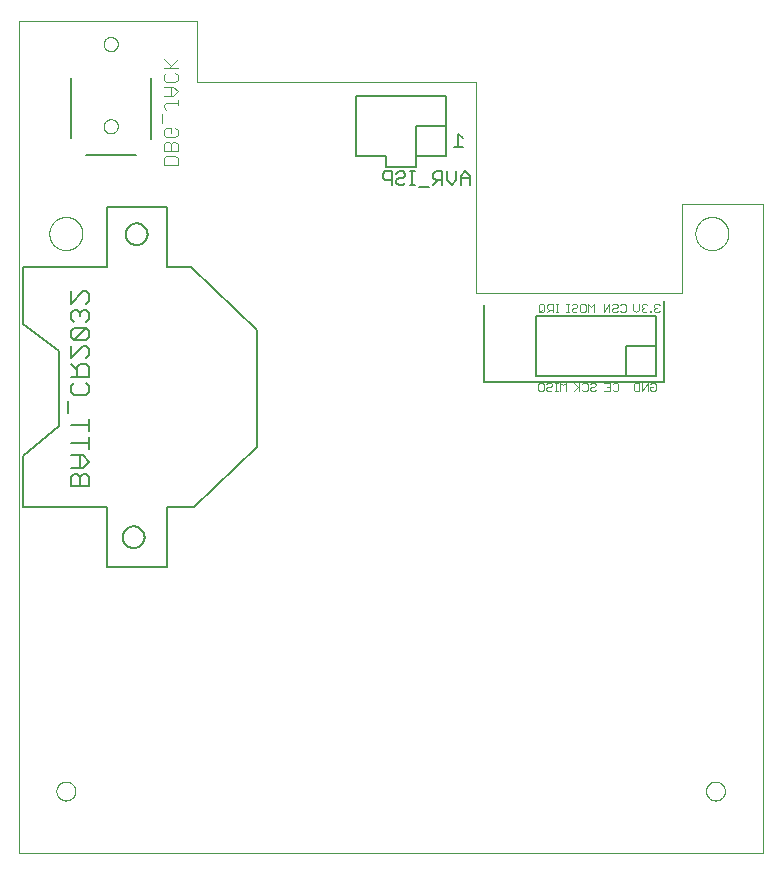
<source format=gbo>
G75*
%MOIN*%
%OFA0B0*%
%FSLAX25Y25*%
%IPPOS*%
%LPD*%
%AMOC8*
5,1,8,0,0,1.08239X$1,22.5*
%
%ADD10C,0.00000*%
%ADD11C,0.00500*%
%ADD12C,0.00200*%
%ADD13C,0.00800*%
%ADD14C,0.00400*%
D10*
X0001000Y0001000D02*
X0001000Y0278402D01*
X0060557Y0278402D01*
X0060557Y0258096D01*
X0153559Y0258096D01*
X0153559Y0187850D01*
X0222270Y0187850D01*
X0222270Y0217250D01*
X0249031Y0217250D01*
X0249031Y0001000D01*
X0001000Y0001000D01*
X0013598Y0021709D02*
X0013600Y0021821D01*
X0013606Y0021932D01*
X0013616Y0022044D01*
X0013630Y0022155D01*
X0013647Y0022265D01*
X0013669Y0022375D01*
X0013695Y0022484D01*
X0013724Y0022592D01*
X0013757Y0022698D01*
X0013794Y0022804D01*
X0013835Y0022908D01*
X0013880Y0023011D01*
X0013928Y0023112D01*
X0013979Y0023211D01*
X0014034Y0023308D01*
X0014093Y0023403D01*
X0014154Y0023497D01*
X0014219Y0023588D01*
X0014288Y0023676D01*
X0014359Y0023762D01*
X0014433Y0023846D01*
X0014511Y0023926D01*
X0014591Y0024004D01*
X0014674Y0024080D01*
X0014759Y0024152D01*
X0014847Y0024221D01*
X0014937Y0024287D01*
X0015030Y0024349D01*
X0015125Y0024409D01*
X0015222Y0024465D01*
X0015320Y0024517D01*
X0015421Y0024566D01*
X0015523Y0024611D01*
X0015627Y0024653D01*
X0015732Y0024691D01*
X0015839Y0024725D01*
X0015946Y0024755D01*
X0016055Y0024782D01*
X0016164Y0024804D01*
X0016275Y0024823D01*
X0016385Y0024838D01*
X0016497Y0024849D01*
X0016608Y0024856D01*
X0016720Y0024859D01*
X0016832Y0024858D01*
X0016944Y0024853D01*
X0017055Y0024844D01*
X0017166Y0024831D01*
X0017277Y0024814D01*
X0017387Y0024794D01*
X0017496Y0024769D01*
X0017604Y0024741D01*
X0017711Y0024708D01*
X0017817Y0024672D01*
X0017921Y0024632D01*
X0018024Y0024589D01*
X0018126Y0024542D01*
X0018225Y0024491D01*
X0018323Y0024437D01*
X0018419Y0024379D01*
X0018513Y0024318D01*
X0018604Y0024254D01*
X0018693Y0024187D01*
X0018780Y0024116D01*
X0018864Y0024042D01*
X0018946Y0023966D01*
X0019024Y0023886D01*
X0019100Y0023804D01*
X0019173Y0023719D01*
X0019243Y0023632D01*
X0019309Y0023542D01*
X0019373Y0023450D01*
X0019433Y0023356D01*
X0019490Y0023260D01*
X0019543Y0023161D01*
X0019593Y0023061D01*
X0019639Y0022960D01*
X0019682Y0022856D01*
X0019721Y0022751D01*
X0019756Y0022645D01*
X0019787Y0022538D01*
X0019815Y0022429D01*
X0019838Y0022320D01*
X0019858Y0022210D01*
X0019874Y0022099D01*
X0019886Y0021988D01*
X0019894Y0021877D01*
X0019898Y0021765D01*
X0019898Y0021653D01*
X0019894Y0021541D01*
X0019886Y0021430D01*
X0019874Y0021319D01*
X0019858Y0021208D01*
X0019838Y0021098D01*
X0019815Y0020989D01*
X0019787Y0020880D01*
X0019756Y0020773D01*
X0019721Y0020667D01*
X0019682Y0020562D01*
X0019639Y0020458D01*
X0019593Y0020357D01*
X0019543Y0020257D01*
X0019490Y0020158D01*
X0019433Y0020062D01*
X0019373Y0019968D01*
X0019309Y0019876D01*
X0019243Y0019786D01*
X0019173Y0019699D01*
X0019100Y0019614D01*
X0019024Y0019532D01*
X0018946Y0019452D01*
X0018864Y0019376D01*
X0018780Y0019302D01*
X0018693Y0019231D01*
X0018604Y0019164D01*
X0018513Y0019100D01*
X0018419Y0019039D01*
X0018323Y0018981D01*
X0018225Y0018927D01*
X0018126Y0018876D01*
X0018024Y0018829D01*
X0017921Y0018786D01*
X0017817Y0018746D01*
X0017711Y0018710D01*
X0017604Y0018677D01*
X0017496Y0018649D01*
X0017387Y0018624D01*
X0017277Y0018604D01*
X0017166Y0018587D01*
X0017055Y0018574D01*
X0016944Y0018565D01*
X0016832Y0018560D01*
X0016720Y0018559D01*
X0016608Y0018562D01*
X0016497Y0018569D01*
X0016385Y0018580D01*
X0016275Y0018595D01*
X0016164Y0018614D01*
X0016055Y0018636D01*
X0015946Y0018663D01*
X0015839Y0018693D01*
X0015732Y0018727D01*
X0015627Y0018765D01*
X0015523Y0018807D01*
X0015421Y0018852D01*
X0015320Y0018901D01*
X0015222Y0018953D01*
X0015125Y0019009D01*
X0015030Y0019069D01*
X0014937Y0019131D01*
X0014847Y0019197D01*
X0014759Y0019266D01*
X0014674Y0019338D01*
X0014591Y0019414D01*
X0014511Y0019492D01*
X0014433Y0019572D01*
X0014359Y0019656D01*
X0014288Y0019742D01*
X0014219Y0019830D01*
X0014154Y0019921D01*
X0014093Y0020015D01*
X0014034Y0020110D01*
X0013979Y0020207D01*
X0013928Y0020306D01*
X0013880Y0020407D01*
X0013835Y0020510D01*
X0013794Y0020614D01*
X0013757Y0020720D01*
X0013724Y0020826D01*
X0013695Y0020934D01*
X0013669Y0021043D01*
X0013647Y0021153D01*
X0013630Y0021263D01*
X0013616Y0021374D01*
X0013606Y0021486D01*
X0013600Y0021597D01*
X0013598Y0021709D01*
X0011236Y0207535D02*
X0011238Y0207683D01*
X0011244Y0207831D01*
X0011254Y0207979D01*
X0011268Y0208126D01*
X0011286Y0208273D01*
X0011307Y0208419D01*
X0011333Y0208565D01*
X0011363Y0208710D01*
X0011396Y0208854D01*
X0011434Y0208997D01*
X0011475Y0209139D01*
X0011520Y0209280D01*
X0011568Y0209420D01*
X0011621Y0209559D01*
X0011677Y0209696D01*
X0011737Y0209831D01*
X0011800Y0209965D01*
X0011867Y0210097D01*
X0011938Y0210227D01*
X0012012Y0210355D01*
X0012089Y0210481D01*
X0012170Y0210605D01*
X0012254Y0210727D01*
X0012341Y0210846D01*
X0012432Y0210963D01*
X0012526Y0211078D01*
X0012622Y0211190D01*
X0012722Y0211300D01*
X0012824Y0211406D01*
X0012930Y0211510D01*
X0013038Y0211611D01*
X0013149Y0211709D01*
X0013262Y0211805D01*
X0013378Y0211897D01*
X0013496Y0211986D01*
X0013617Y0212071D01*
X0013740Y0212154D01*
X0013865Y0212233D01*
X0013992Y0212309D01*
X0014121Y0212381D01*
X0014252Y0212450D01*
X0014385Y0212515D01*
X0014520Y0212576D01*
X0014656Y0212634D01*
X0014793Y0212689D01*
X0014932Y0212739D01*
X0015073Y0212786D01*
X0015214Y0212829D01*
X0015357Y0212869D01*
X0015501Y0212904D01*
X0015645Y0212936D01*
X0015791Y0212963D01*
X0015937Y0212987D01*
X0016084Y0213007D01*
X0016231Y0213023D01*
X0016378Y0213035D01*
X0016526Y0213043D01*
X0016674Y0213047D01*
X0016822Y0213047D01*
X0016970Y0213043D01*
X0017118Y0213035D01*
X0017265Y0213023D01*
X0017412Y0213007D01*
X0017559Y0212987D01*
X0017705Y0212963D01*
X0017851Y0212936D01*
X0017995Y0212904D01*
X0018139Y0212869D01*
X0018282Y0212829D01*
X0018423Y0212786D01*
X0018564Y0212739D01*
X0018703Y0212689D01*
X0018840Y0212634D01*
X0018976Y0212576D01*
X0019111Y0212515D01*
X0019244Y0212450D01*
X0019375Y0212381D01*
X0019504Y0212309D01*
X0019631Y0212233D01*
X0019756Y0212154D01*
X0019879Y0212071D01*
X0020000Y0211986D01*
X0020118Y0211897D01*
X0020234Y0211805D01*
X0020347Y0211709D01*
X0020458Y0211611D01*
X0020566Y0211510D01*
X0020672Y0211406D01*
X0020774Y0211300D01*
X0020874Y0211190D01*
X0020970Y0211078D01*
X0021064Y0210963D01*
X0021155Y0210846D01*
X0021242Y0210727D01*
X0021326Y0210605D01*
X0021407Y0210481D01*
X0021484Y0210355D01*
X0021558Y0210227D01*
X0021629Y0210097D01*
X0021696Y0209965D01*
X0021759Y0209831D01*
X0021819Y0209696D01*
X0021875Y0209559D01*
X0021928Y0209420D01*
X0021976Y0209280D01*
X0022021Y0209139D01*
X0022062Y0208997D01*
X0022100Y0208854D01*
X0022133Y0208710D01*
X0022163Y0208565D01*
X0022189Y0208419D01*
X0022210Y0208273D01*
X0022228Y0208126D01*
X0022242Y0207979D01*
X0022252Y0207831D01*
X0022258Y0207683D01*
X0022260Y0207535D01*
X0022258Y0207387D01*
X0022252Y0207239D01*
X0022242Y0207091D01*
X0022228Y0206944D01*
X0022210Y0206797D01*
X0022189Y0206651D01*
X0022163Y0206505D01*
X0022133Y0206360D01*
X0022100Y0206216D01*
X0022062Y0206073D01*
X0022021Y0205931D01*
X0021976Y0205790D01*
X0021928Y0205650D01*
X0021875Y0205511D01*
X0021819Y0205374D01*
X0021759Y0205239D01*
X0021696Y0205105D01*
X0021629Y0204973D01*
X0021558Y0204843D01*
X0021484Y0204715D01*
X0021407Y0204589D01*
X0021326Y0204465D01*
X0021242Y0204343D01*
X0021155Y0204224D01*
X0021064Y0204107D01*
X0020970Y0203992D01*
X0020874Y0203880D01*
X0020774Y0203770D01*
X0020672Y0203664D01*
X0020566Y0203560D01*
X0020458Y0203459D01*
X0020347Y0203361D01*
X0020234Y0203265D01*
X0020118Y0203173D01*
X0020000Y0203084D01*
X0019879Y0202999D01*
X0019756Y0202916D01*
X0019631Y0202837D01*
X0019504Y0202761D01*
X0019375Y0202689D01*
X0019244Y0202620D01*
X0019111Y0202555D01*
X0018976Y0202494D01*
X0018840Y0202436D01*
X0018703Y0202381D01*
X0018564Y0202331D01*
X0018423Y0202284D01*
X0018282Y0202241D01*
X0018139Y0202201D01*
X0017995Y0202166D01*
X0017851Y0202134D01*
X0017705Y0202107D01*
X0017559Y0202083D01*
X0017412Y0202063D01*
X0017265Y0202047D01*
X0017118Y0202035D01*
X0016970Y0202027D01*
X0016822Y0202023D01*
X0016674Y0202023D01*
X0016526Y0202027D01*
X0016378Y0202035D01*
X0016231Y0202047D01*
X0016084Y0202063D01*
X0015937Y0202083D01*
X0015791Y0202107D01*
X0015645Y0202134D01*
X0015501Y0202166D01*
X0015357Y0202201D01*
X0015214Y0202241D01*
X0015073Y0202284D01*
X0014932Y0202331D01*
X0014793Y0202381D01*
X0014656Y0202436D01*
X0014520Y0202494D01*
X0014385Y0202555D01*
X0014252Y0202620D01*
X0014121Y0202689D01*
X0013992Y0202761D01*
X0013865Y0202837D01*
X0013740Y0202916D01*
X0013617Y0202999D01*
X0013496Y0203084D01*
X0013378Y0203173D01*
X0013262Y0203265D01*
X0013149Y0203361D01*
X0013038Y0203459D01*
X0012930Y0203560D01*
X0012824Y0203664D01*
X0012722Y0203770D01*
X0012622Y0203880D01*
X0012526Y0203992D01*
X0012432Y0204107D01*
X0012341Y0204224D01*
X0012254Y0204343D01*
X0012170Y0204465D01*
X0012089Y0204589D01*
X0012012Y0204715D01*
X0011938Y0204843D01*
X0011867Y0204973D01*
X0011800Y0205105D01*
X0011737Y0205239D01*
X0011677Y0205374D01*
X0011621Y0205511D01*
X0011568Y0205650D01*
X0011520Y0205790D01*
X0011475Y0205931D01*
X0011434Y0206073D01*
X0011396Y0206216D01*
X0011363Y0206360D01*
X0011333Y0206505D01*
X0011307Y0206651D01*
X0011286Y0206797D01*
X0011268Y0206944D01*
X0011254Y0207091D01*
X0011244Y0207239D01*
X0011238Y0207387D01*
X0011236Y0207535D01*
X0029347Y0243283D02*
X0029349Y0243380D01*
X0029355Y0243477D01*
X0029365Y0243573D01*
X0029379Y0243669D01*
X0029397Y0243765D01*
X0029418Y0243859D01*
X0029444Y0243953D01*
X0029473Y0244045D01*
X0029507Y0244136D01*
X0029543Y0244226D01*
X0029584Y0244314D01*
X0029628Y0244400D01*
X0029676Y0244485D01*
X0029727Y0244567D01*
X0029781Y0244648D01*
X0029839Y0244726D01*
X0029900Y0244801D01*
X0029963Y0244874D01*
X0030030Y0244945D01*
X0030100Y0245012D01*
X0030172Y0245077D01*
X0030247Y0245138D01*
X0030325Y0245197D01*
X0030404Y0245252D01*
X0030486Y0245304D01*
X0030570Y0245352D01*
X0030656Y0245397D01*
X0030744Y0245439D01*
X0030833Y0245477D01*
X0030924Y0245511D01*
X0031016Y0245541D01*
X0031109Y0245568D01*
X0031204Y0245590D01*
X0031299Y0245609D01*
X0031395Y0245624D01*
X0031491Y0245635D01*
X0031588Y0245642D01*
X0031685Y0245645D01*
X0031782Y0245644D01*
X0031879Y0245639D01*
X0031975Y0245630D01*
X0032071Y0245617D01*
X0032167Y0245600D01*
X0032262Y0245579D01*
X0032355Y0245555D01*
X0032448Y0245526D01*
X0032540Y0245494D01*
X0032630Y0245458D01*
X0032718Y0245419D01*
X0032805Y0245375D01*
X0032890Y0245329D01*
X0032973Y0245278D01*
X0033054Y0245225D01*
X0033132Y0245168D01*
X0033209Y0245108D01*
X0033282Y0245045D01*
X0033353Y0244979D01*
X0033421Y0244910D01*
X0033487Y0244838D01*
X0033549Y0244764D01*
X0033608Y0244687D01*
X0033664Y0244608D01*
X0033717Y0244526D01*
X0033767Y0244443D01*
X0033812Y0244357D01*
X0033855Y0244270D01*
X0033894Y0244181D01*
X0033929Y0244091D01*
X0033960Y0243999D01*
X0033987Y0243906D01*
X0034011Y0243812D01*
X0034031Y0243717D01*
X0034047Y0243621D01*
X0034059Y0243525D01*
X0034067Y0243428D01*
X0034071Y0243331D01*
X0034071Y0243235D01*
X0034067Y0243138D01*
X0034059Y0243041D01*
X0034047Y0242945D01*
X0034031Y0242849D01*
X0034011Y0242754D01*
X0033987Y0242660D01*
X0033960Y0242567D01*
X0033929Y0242475D01*
X0033894Y0242385D01*
X0033855Y0242296D01*
X0033812Y0242209D01*
X0033767Y0242123D01*
X0033717Y0242040D01*
X0033664Y0241958D01*
X0033608Y0241879D01*
X0033549Y0241802D01*
X0033487Y0241728D01*
X0033421Y0241656D01*
X0033353Y0241587D01*
X0033282Y0241521D01*
X0033209Y0241458D01*
X0033132Y0241398D01*
X0033054Y0241341D01*
X0032973Y0241288D01*
X0032890Y0241237D01*
X0032805Y0241191D01*
X0032718Y0241147D01*
X0032630Y0241108D01*
X0032540Y0241072D01*
X0032448Y0241040D01*
X0032355Y0241011D01*
X0032262Y0240987D01*
X0032167Y0240966D01*
X0032071Y0240949D01*
X0031975Y0240936D01*
X0031879Y0240927D01*
X0031782Y0240922D01*
X0031685Y0240921D01*
X0031588Y0240924D01*
X0031491Y0240931D01*
X0031395Y0240942D01*
X0031299Y0240957D01*
X0031204Y0240976D01*
X0031109Y0240998D01*
X0031016Y0241025D01*
X0030924Y0241055D01*
X0030833Y0241089D01*
X0030744Y0241127D01*
X0030656Y0241169D01*
X0030570Y0241214D01*
X0030486Y0241262D01*
X0030404Y0241314D01*
X0030325Y0241369D01*
X0030247Y0241428D01*
X0030172Y0241489D01*
X0030100Y0241554D01*
X0030030Y0241621D01*
X0029963Y0241692D01*
X0029900Y0241765D01*
X0029839Y0241840D01*
X0029781Y0241918D01*
X0029727Y0241999D01*
X0029676Y0242081D01*
X0029628Y0242166D01*
X0029584Y0242252D01*
X0029543Y0242340D01*
X0029507Y0242430D01*
X0029473Y0242521D01*
X0029444Y0242613D01*
X0029418Y0242707D01*
X0029397Y0242801D01*
X0029379Y0242897D01*
X0029365Y0242993D01*
X0029355Y0243089D01*
X0029349Y0243186D01*
X0029347Y0243283D01*
X0029347Y0270685D02*
X0029349Y0270782D01*
X0029355Y0270879D01*
X0029365Y0270975D01*
X0029379Y0271071D01*
X0029397Y0271167D01*
X0029418Y0271261D01*
X0029444Y0271355D01*
X0029473Y0271447D01*
X0029507Y0271538D01*
X0029543Y0271628D01*
X0029584Y0271716D01*
X0029628Y0271802D01*
X0029676Y0271887D01*
X0029727Y0271969D01*
X0029781Y0272050D01*
X0029839Y0272128D01*
X0029900Y0272203D01*
X0029963Y0272276D01*
X0030030Y0272347D01*
X0030100Y0272414D01*
X0030172Y0272479D01*
X0030247Y0272540D01*
X0030325Y0272599D01*
X0030404Y0272654D01*
X0030486Y0272706D01*
X0030570Y0272754D01*
X0030656Y0272799D01*
X0030744Y0272841D01*
X0030833Y0272879D01*
X0030924Y0272913D01*
X0031016Y0272943D01*
X0031109Y0272970D01*
X0031204Y0272992D01*
X0031299Y0273011D01*
X0031395Y0273026D01*
X0031491Y0273037D01*
X0031588Y0273044D01*
X0031685Y0273047D01*
X0031782Y0273046D01*
X0031879Y0273041D01*
X0031975Y0273032D01*
X0032071Y0273019D01*
X0032167Y0273002D01*
X0032262Y0272981D01*
X0032355Y0272957D01*
X0032448Y0272928D01*
X0032540Y0272896D01*
X0032630Y0272860D01*
X0032718Y0272821D01*
X0032805Y0272777D01*
X0032890Y0272731D01*
X0032973Y0272680D01*
X0033054Y0272627D01*
X0033132Y0272570D01*
X0033209Y0272510D01*
X0033282Y0272447D01*
X0033353Y0272381D01*
X0033421Y0272312D01*
X0033487Y0272240D01*
X0033549Y0272166D01*
X0033608Y0272089D01*
X0033664Y0272010D01*
X0033717Y0271928D01*
X0033767Y0271845D01*
X0033812Y0271759D01*
X0033855Y0271672D01*
X0033894Y0271583D01*
X0033929Y0271493D01*
X0033960Y0271401D01*
X0033987Y0271308D01*
X0034011Y0271214D01*
X0034031Y0271119D01*
X0034047Y0271023D01*
X0034059Y0270927D01*
X0034067Y0270830D01*
X0034071Y0270733D01*
X0034071Y0270637D01*
X0034067Y0270540D01*
X0034059Y0270443D01*
X0034047Y0270347D01*
X0034031Y0270251D01*
X0034011Y0270156D01*
X0033987Y0270062D01*
X0033960Y0269969D01*
X0033929Y0269877D01*
X0033894Y0269787D01*
X0033855Y0269698D01*
X0033812Y0269611D01*
X0033767Y0269525D01*
X0033717Y0269442D01*
X0033664Y0269360D01*
X0033608Y0269281D01*
X0033549Y0269204D01*
X0033487Y0269130D01*
X0033421Y0269058D01*
X0033353Y0268989D01*
X0033282Y0268923D01*
X0033209Y0268860D01*
X0033132Y0268800D01*
X0033054Y0268743D01*
X0032973Y0268690D01*
X0032890Y0268639D01*
X0032805Y0268593D01*
X0032718Y0268549D01*
X0032630Y0268510D01*
X0032540Y0268474D01*
X0032448Y0268442D01*
X0032355Y0268413D01*
X0032262Y0268389D01*
X0032167Y0268368D01*
X0032071Y0268351D01*
X0031975Y0268338D01*
X0031879Y0268329D01*
X0031782Y0268324D01*
X0031685Y0268323D01*
X0031588Y0268326D01*
X0031491Y0268333D01*
X0031395Y0268344D01*
X0031299Y0268359D01*
X0031204Y0268378D01*
X0031109Y0268400D01*
X0031016Y0268427D01*
X0030924Y0268457D01*
X0030833Y0268491D01*
X0030744Y0268529D01*
X0030656Y0268571D01*
X0030570Y0268616D01*
X0030486Y0268664D01*
X0030404Y0268716D01*
X0030325Y0268771D01*
X0030247Y0268830D01*
X0030172Y0268891D01*
X0030100Y0268956D01*
X0030030Y0269023D01*
X0029963Y0269094D01*
X0029900Y0269167D01*
X0029839Y0269242D01*
X0029781Y0269320D01*
X0029727Y0269401D01*
X0029676Y0269483D01*
X0029628Y0269568D01*
X0029584Y0269654D01*
X0029543Y0269742D01*
X0029507Y0269832D01*
X0029473Y0269923D01*
X0029444Y0270015D01*
X0029418Y0270109D01*
X0029397Y0270203D01*
X0029379Y0270299D01*
X0029365Y0270395D01*
X0029355Y0270491D01*
X0029349Y0270588D01*
X0029347Y0270685D01*
X0226590Y0207535D02*
X0226592Y0207683D01*
X0226598Y0207831D01*
X0226608Y0207979D01*
X0226622Y0208126D01*
X0226640Y0208273D01*
X0226661Y0208419D01*
X0226687Y0208565D01*
X0226717Y0208710D01*
X0226750Y0208854D01*
X0226788Y0208997D01*
X0226829Y0209139D01*
X0226874Y0209280D01*
X0226922Y0209420D01*
X0226975Y0209559D01*
X0227031Y0209696D01*
X0227091Y0209831D01*
X0227154Y0209965D01*
X0227221Y0210097D01*
X0227292Y0210227D01*
X0227366Y0210355D01*
X0227443Y0210481D01*
X0227524Y0210605D01*
X0227608Y0210727D01*
X0227695Y0210846D01*
X0227786Y0210963D01*
X0227880Y0211078D01*
X0227976Y0211190D01*
X0228076Y0211300D01*
X0228178Y0211406D01*
X0228284Y0211510D01*
X0228392Y0211611D01*
X0228503Y0211709D01*
X0228616Y0211805D01*
X0228732Y0211897D01*
X0228850Y0211986D01*
X0228971Y0212071D01*
X0229094Y0212154D01*
X0229219Y0212233D01*
X0229346Y0212309D01*
X0229475Y0212381D01*
X0229606Y0212450D01*
X0229739Y0212515D01*
X0229874Y0212576D01*
X0230010Y0212634D01*
X0230147Y0212689D01*
X0230286Y0212739D01*
X0230427Y0212786D01*
X0230568Y0212829D01*
X0230711Y0212869D01*
X0230855Y0212904D01*
X0230999Y0212936D01*
X0231145Y0212963D01*
X0231291Y0212987D01*
X0231438Y0213007D01*
X0231585Y0213023D01*
X0231732Y0213035D01*
X0231880Y0213043D01*
X0232028Y0213047D01*
X0232176Y0213047D01*
X0232324Y0213043D01*
X0232472Y0213035D01*
X0232619Y0213023D01*
X0232766Y0213007D01*
X0232913Y0212987D01*
X0233059Y0212963D01*
X0233205Y0212936D01*
X0233349Y0212904D01*
X0233493Y0212869D01*
X0233636Y0212829D01*
X0233777Y0212786D01*
X0233918Y0212739D01*
X0234057Y0212689D01*
X0234194Y0212634D01*
X0234330Y0212576D01*
X0234465Y0212515D01*
X0234598Y0212450D01*
X0234729Y0212381D01*
X0234858Y0212309D01*
X0234985Y0212233D01*
X0235110Y0212154D01*
X0235233Y0212071D01*
X0235354Y0211986D01*
X0235472Y0211897D01*
X0235588Y0211805D01*
X0235701Y0211709D01*
X0235812Y0211611D01*
X0235920Y0211510D01*
X0236026Y0211406D01*
X0236128Y0211300D01*
X0236228Y0211190D01*
X0236324Y0211078D01*
X0236418Y0210963D01*
X0236509Y0210846D01*
X0236596Y0210727D01*
X0236680Y0210605D01*
X0236761Y0210481D01*
X0236838Y0210355D01*
X0236912Y0210227D01*
X0236983Y0210097D01*
X0237050Y0209965D01*
X0237113Y0209831D01*
X0237173Y0209696D01*
X0237229Y0209559D01*
X0237282Y0209420D01*
X0237330Y0209280D01*
X0237375Y0209139D01*
X0237416Y0208997D01*
X0237454Y0208854D01*
X0237487Y0208710D01*
X0237517Y0208565D01*
X0237543Y0208419D01*
X0237564Y0208273D01*
X0237582Y0208126D01*
X0237596Y0207979D01*
X0237606Y0207831D01*
X0237612Y0207683D01*
X0237614Y0207535D01*
X0237612Y0207387D01*
X0237606Y0207239D01*
X0237596Y0207091D01*
X0237582Y0206944D01*
X0237564Y0206797D01*
X0237543Y0206651D01*
X0237517Y0206505D01*
X0237487Y0206360D01*
X0237454Y0206216D01*
X0237416Y0206073D01*
X0237375Y0205931D01*
X0237330Y0205790D01*
X0237282Y0205650D01*
X0237229Y0205511D01*
X0237173Y0205374D01*
X0237113Y0205239D01*
X0237050Y0205105D01*
X0236983Y0204973D01*
X0236912Y0204843D01*
X0236838Y0204715D01*
X0236761Y0204589D01*
X0236680Y0204465D01*
X0236596Y0204343D01*
X0236509Y0204224D01*
X0236418Y0204107D01*
X0236324Y0203992D01*
X0236228Y0203880D01*
X0236128Y0203770D01*
X0236026Y0203664D01*
X0235920Y0203560D01*
X0235812Y0203459D01*
X0235701Y0203361D01*
X0235588Y0203265D01*
X0235472Y0203173D01*
X0235354Y0203084D01*
X0235233Y0202999D01*
X0235110Y0202916D01*
X0234985Y0202837D01*
X0234858Y0202761D01*
X0234729Y0202689D01*
X0234598Y0202620D01*
X0234465Y0202555D01*
X0234330Y0202494D01*
X0234194Y0202436D01*
X0234057Y0202381D01*
X0233918Y0202331D01*
X0233777Y0202284D01*
X0233636Y0202241D01*
X0233493Y0202201D01*
X0233349Y0202166D01*
X0233205Y0202134D01*
X0233059Y0202107D01*
X0232913Y0202083D01*
X0232766Y0202063D01*
X0232619Y0202047D01*
X0232472Y0202035D01*
X0232324Y0202027D01*
X0232176Y0202023D01*
X0232028Y0202023D01*
X0231880Y0202027D01*
X0231732Y0202035D01*
X0231585Y0202047D01*
X0231438Y0202063D01*
X0231291Y0202083D01*
X0231145Y0202107D01*
X0230999Y0202134D01*
X0230855Y0202166D01*
X0230711Y0202201D01*
X0230568Y0202241D01*
X0230427Y0202284D01*
X0230286Y0202331D01*
X0230147Y0202381D01*
X0230010Y0202436D01*
X0229874Y0202494D01*
X0229739Y0202555D01*
X0229606Y0202620D01*
X0229475Y0202689D01*
X0229346Y0202761D01*
X0229219Y0202837D01*
X0229094Y0202916D01*
X0228971Y0202999D01*
X0228850Y0203084D01*
X0228732Y0203173D01*
X0228616Y0203265D01*
X0228503Y0203361D01*
X0228392Y0203459D01*
X0228284Y0203560D01*
X0228178Y0203664D01*
X0228076Y0203770D01*
X0227976Y0203880D01*
X0227880Y0203992D01*
X0227786Y0204107D01*
X0227695Y0204224D01*
X0227608Y0204343D01*
X0227524Y0204465D01*
X0227443Y0204589D01*
X0227366Y0204715D01*
X0227292Y0204843D01*
X0227221Y0204973D01*
X0227154Y0205105D01*
X0227091Y0205239D01*
X0227031Y0205374D01*
X0226975Y0205511D01*
X0226922Y0205650D01*
X0226874Y0205790D01*
X0226829Y0205931D01*
X0226788Y0206073D01*
X0226750Y0206216D01*
X0226717Y0206360D01*
X0226687Y0206505D01*
X0226661Y0206651D01*
X0226640Y0206797D01*
X0226622Y0206944D01*
X0226608Y0207091D01*
X0226598Y0207239D01*
X0226592Y0207387D01*
X0226590Y0207535D01*
X0230133Y0021709D02*
X0230135Y0021821D01*
X0230141Y0021932D01*
X0230151Y0022044D01*
X0230165Y0022155D01*
X0230182Y0022265D01*
X0230204Y0022375D01*
X0230230Y0022484D01*
X0230259Y0022592D01*
X0230292Y0022698D01*
X0230329Y0022804D01*
X0230370Y0022908D01*
X0230415Y0023011D01*
X0230463Y0023112D01*
X0230514Y0023211D01*
X0230569Y0023308D01*
X0230628Y0023403D01*
X0230689Y0023497D01*
X0230754Y0023588D01*
X0230823Y0023676D01*
X0230894Y0023762D01*
X0230968Y0023846D01*
X0231046Y0023926D01*
X0231126Y0024004D01*
X0231209Y0024080D01*
X0231294Y0024152D01*
X0231382Y0024221D01*
X0231472Y0024287D01*
X0231565Y0024349D01*
X0231660Y0024409D01*
X0231757Y0024465D01*
X0231855Y0024517D01*
X0231956Y0024566D01*
X0232058Y0024611D01*
X0232162Y0024653D01*
X0232267Y0024691D01*
X0232374Y0024725D01*
X0232481Y0024755D01*
X0232590Y0024782D01*
X0232699Y0024804D01*
X0232810Y0024823D01*
X0232920Y0024838D01*
X0233032Y0024849D01*
X0233143Y0024856D01*
X0233255Y0024859D01*
X0233367Y0024858D01*
X0233479Y0024853D01*
X0233590Y0024844D01*
X0233701Y0024831D01*
X0233812Y0024814D01*
X0233922Y0024794D01*
X0234031Y0024769D01*
X0234139Y0024741D01*
X0234246Y0024708D01*
X0234352Y0024672D01*
X0234456Y0024632D01*
X0234559Y0024589D01*
X0234661Y0024542D01*
X0234760Y0024491D01*
X0234858Y0024437D01*
X0234954Y0024379D01*
X0235048Y0024318D01*
X0235139Y0024254D01*
X0235228Y0024187D01*
X0235315Y0024116D01*
X0235399Y0024042D01*
X0235481Y0023966D01*
X0235559Y0023886D01*
X0235635Y0023804D01*
X0235708Y0023719D01*
X0235778Y0023632D01*
X0235844Y0023542D01*
X0235908Y0023450D01*
X0235968Y0023356D01*
X0236025Y0023260D01*
X0236078Y0023161D01*
X0236128Y0023061D01*
X0236174Y0022960D01*
X0236217Y0022856D01*
X0236256Y0022751D01*
X0236291Y0022645D01*
X0236322Y0022538D01*
X0236350Y0022429D01*
X0236373Y0022320D01*
X0236393Y0022210D01*
X0236409Y0022099D01*
X0236421Y0021988D01*
X0236429Y0021877D01*
X0236433Y0021765D01*
X0236433Y0021653D01*
X0236429Y0021541D01*
X0236421Y0021430D01*
X0236409Y0021319D01*
X0236393Y0021208D01*
X0236373Y0021098D01*
X0236350Y0020989D01*
X0236322Y0020880D01*
X0236291Y0020773D01*
X0236256Y0020667D01*
X0236217Y0020562D01*
X0236174Y0020458D01*
X0236128Y0020357D01*
X0236078Y0020257D01*
X0236025Y0020158D01*
X0235968Y0020062D01*
X0235908Y0019968D01*
X0235844Y0019876D01*
X0235778Y0019786D01*
X0235708Y0019699D01*
X0235635Y0019614D01*
X0235559Y0019532D01*
X0235481Y0019452D01*
X0235399Y0019376D01*
X0235315Y0019302D01*
X0235228Y0019231D01*
X0235139Y0019164D01*
X0235048Y0019100D01*
X0234954Y0019039D01*
X0234858Y0018981D01*
X0234760Y0018927D01*
X0234661Y0018876D01*
X0234559Y0018829D01*
X0234456Y0018786D01*
X0234352Y0018746D01*
X0234246Y0018710D01*
X0234139Y0018677D01*
X0234031Y0018649D01*
X0233922Y0018624D01*
X0233812Y0018604D01*
X0233701Y0018587D01*
X0233590Y0018574D01*
X0233479Y0018565D01*
X0233367Y0018560D01*
X0233255Y0018559D01*
X0233143Y0018562D01*
X0233032Y0018569D01*
X0232920Y0018580D01*
X0232810Y0018595D01*
X0232699Y0018614D01*
X0232590Y0018636D01*
X0232481Y0018663D01*
X0232374Y0018693D01*
X0232267Y0018727D01*
X0232162Y0018765D01*
X0232058Y0018807D01*
X0231956Y0018852D01*
X0231855Y0018901D01*
X0231757Y0018953D01*
X0231660Y0019009D01*
X0231565Y0019069D01*
X0231472Y0019131D01*
X0231382Y0019197D01*
X0231294Y0019266D01*
X0231209Y0019338D01*
X0231126Y0019414D01*
X0231046Y0019492D01*
X0230968Y0019572D01*
X0230894Y0019656D01*
X0230823Y0019742D01*
X0230754Y0019830D01*
X0230689Y0019921D01*
X0230628Y0020015D01*
X0230569Y0020110D01*
X0230514Y0020207D01*
X0230463Y0020306D01*
X0230415Y0020407D01*
X0230370Y0020510D01*
X0230329Y0020614D01*
X0230292Y0020720D01*
X0230259Y0020826D01*
X0230230Y0020934D01*
X0230204Y0021043D01*
X0230182Y0021153D01*
X0230165Y0021263D01*
X0230151Y0021374D01*
X0230141Y0021486D01*
X0230135Y0021597D01*
X0230133Y0021709D01*
D11*
X0216000Y0158126D02*
X0156000Y0158126D01*
X0156000Y0183687D01*
X0173500Y0179937D02*
X0213500Y0179937D01*
X0213500Y0169937D01*
X0203500Y0169937D01*
X0203500Y0159937D01*
X0173500Y0159937D01*
X0173500Y0179937D01*
X0203500Y0159937D02*
X0213500Y0159937D01*
X0213500Y0169937D01*
X0216000Y0158126D02*
X0216000Y0184937D01*
X0151443Y0223750D02*
X0151443Y0226753D01*
X0149942Y0228254D01*
X0148440Y0226753D01*
X0148440Y0223750D01*
X0146839Y0225251D02*
X0146839Y0228254D01*
X0148440Y0226002D02*
X0151443Y0226002D01*
X0146839Y0225251D02*
X0145338Y0223750D01*
X0143836Y0225251D01*
X0143836Y0228254D01*
X0142235Y0228254D02*
X0142235Y0223750D01*
X0142235Y0225251D02*
X0139983Y0225251D01*
X0139232Y0226002D01*
X0139232Y0227503D01*
X0139983Y0228254D01*
X0142235Y0228254D01*
X0140734Y0225251D02*
X0139232Y0223750D01*
X0137631Y0222999D02*
X0134629Y0222999D01*
X0133027Y0223750D02*
X0131526Y0223750D01*
X0132277Y0223750D02*
X0132277Y0228254D01*
X0133027Y0228254D02*
X0131526Y0228254D01*
X0129958Y0227503D02*
X0129958Y0226753D01*
X0129207Y0226002D01*
X0127706Y0226002D01*
X0126955Y0225251D01*
X0126955Y0224501D01*
X0127706Y0223750D01*
X0129207Y0223750D01*
X0129958Y0224501D01*
X0129958Y0227503D02*
X0129207Y0228254D01*
X0127706Y0228254D01*
X0126955Y0227503D01*
X0125354Y0228254D02*
X0123102Y0228254D01*
X0122351Y0227503D01*
X0122351Y0226002D01*
X0123102Y0225251D01*
X0125354Y0225251D01*
X0125354Y0223750D02*
X0125354Y0228254D01*
X0123500Y0229750D02*
X0133500Y0229750D01*
X0133500Y0233500D01*
X0133500Y0243500D01*
X0143500Y0243500D01*
X0143500Y0253500D01*
X0113500Y0253500D01*
X0113500Y0233500D01*
X0123500Y0233500D01*
X0123500Y0229750D01*
X0133500Y0233500D02*
X0143500Y0233500D01*
X0143500Y0243500D01*
X0147603Y0240754D02*
X0149104Y0239253D01*
X0147603Y0240754D02*
X0147603Y0236250D01*
X0149104Y0236250D02*
X0146102Y0236250D01*
X0080370Y0175354D02*
X0080370Y0136354D01*
X0059370Y0116354D01*
X0050370Y0116354D01*
X0050370Y0096354D01*
X0030370Y0096354D01*
X0030370Y0116354D01*
X0002370Y0116354D01*
X0002370Y0133354D01*
X0014370Y0143354D01*
X0014370Y0168354D01*
X0002370Y0177354D01*
X0002370Y0196354D01*
X0030370Y0196354D01*
X0030370Y0216354D01*
X0050370Y0216354D01*
X0050370Y0196354D01*
X0058370Y0196354D01*
X0080370Y0175354D01*
X0036764Y0207354D02*
X0036766Y0207474D01*
X0036772Y0207594D01*
X0036782Y0207713D01*
X0036796Y0207832D01*
X0036814Y0207951D01*
X0036835Y0208069D01*
X0036861Y0208186D01*
X0036891Y0208302D01*
X0036924Y0208417D01*
X0036961Y0208531D01*
X0037002Y0208643D01*
X0037047Y0208755D01*
X0037096Y0208864D01*
X0037148Y0208972D01*
X0037203Y0209079D01*
X0037262Y0209183D01*
X0037325Y0209285D01*
X0037391Y0209385D01*
X0037460Y0209483D01*
X0037532Y0209579D01*
X0037608Y0209672D01*
X0037686Y0209762D01*
X0037768Y0209850D01*
X0037852Y0209935D01*
X0037939Y0210018D01*
X0038029Y0210097D01*
X0038122Y0210173D01*
X0038217Y0210246D01*
X0038314Y0210316D01*
X0038414Y0210383D01*
X0038515Y0210446D01*
X0038619Y0210506D01*
X0038725Y0210563D01*
X0038832Y0210616D01*
X0038942Y0210665D01*
X0039053Y0210711D01*
X0039165Y0210753D01*
X0039279Y0210791D01*
X0039393Y0210825D01*
X0039509Y0210856D01*
X0039626Y0210882D01*
X0039744Y0210905D01*
X0039862Y0210924D01*
X0039981Y0210939D01*
X0040101Y0210950D01*
X0040220Y0210957D01*
X0040340Y0210960D01*
X0040460Y0210959D01*
X0040580Y0210954D01*
X0040699Y0210945D01*
X0040818Y0210932D01*
X0040937Y0210915D01*
X0041055Y0210894D01*
X0041172Y0210870D01*
X0041289Y0210841D01*
X0041404Y0210809D01*
X0041518Y0210772D01*
X0041631Y0210732D01*
X0041743Y0210688D01*
X0041853Y0210641D01*
X0041962Y0210590D01*
X0042068Y0210535D01*
X0042173Y0210477D01*
X0042276Y0210415D01*
X0042377Y0210350D01*
X0042475Y0210282D01*
X0042571Y0210210D01*
X0042665Y0210136D01*
X0042756Y0210058D01*
X0042845Y0209977D01*
X0042930Y0209893D01*
X0043013Y0209807D01*
X0043093Y0209717D01*
X0043171Y0209626D01*
X0043244Y0209531D01*
X0043315Y0209435D01*
X0043383Y0209336D01*
X0043447Y0209234D01*
X0043508Y0209131D01*
X0043565Y0209026D01*
X0043619Y0208919D01*
X0043669Y0208810D01*
X0043716Y0208699D01*
X0043759Y0208587D01*
X0043798Y0208474D01*
X0043833Y0208359D01*
X0043864Y0208244D01*
X0043892Y0208127D01*
X0043916Y0208010D01*
X0043936Y0207891D01*
X0043952Y0207773D01*
X0043964Y0207653D01*
X0043972Y0207534D01*
X0043976Y0207414D01*
X0043976Y0207294D01*
X0043972Y0207174D01*
X0043964Y0207055D01*
X0043952Y0206935D01*
X0043936Y0206817D01*
X0043916Y0206698D01*
X0043892Y0206581D01*
X0043864Y0206464D01*
X0043833Y0206349D01*
X0043798Y0206234D01*
X0043759Y0206121D01*
X0043716Y0206009D01*
X0043669Y0205898D01*
X0043619Y0205789D01*
X0043565Y0205682D01*
X0043508Y0205577D01*
X0043447Y0205474D01*
X0043383Y0205372D01*
X0043315Y0205273D01*
X0043244Y0205177D01*
X0043171Y0205082D01*
X0043093Y0204991D01*
X0043013Y0204901D01*
X0042930Y0204815D01*
X0042845Y0204731D01*
X0042756Y0204650D01*
X0042665Y0204572D01*
X0042571Y0204498D01*
X0042475Y0204426D01*
X0042377Y0204358D01*
X0042276Y0204293D01*
X0042173Y0204231D01*
X0042068Y0204173D01*
X0041962Y0204118D01*
X0041853Y0204067D01*
X0041743Y0204020D01*
X0041631Y0203976D01*
X0041518Y0203936D01*
X0041404Y0203899D01*
X0041289Y0203867D01*
X0041172Y0203838D01*
X0041055Y0203814D01*
X0040937Y0203793D01*
X0040818Y0203776D01*
X0040699Y0203763D01*
X0040580Y0203754D01*
X0040460Y0203749D01*
X0040340Y0203748D01*
X0040220Y0203751D01*
X0040101Y0203758D01*
X0039981Y0203769D01*
X0039862Y0203784D01*
X0039744Y0203803D01*
X0039626Y0203826D01*
X0039509Y0203852D01*
X0039393Y0203883D01*
X0039279Y0203917D01*
X0039165Y0203955D01*
X0039053Y0203997D01*
X0038942Y0204043D01*
X0038832Y0204092D01*
X0038725Y0204145D01*
X0038619Y0204202D01*
X0038515Y0204262D01*
X0038414Y0204325D01*
X0038314Y0204392D01*
X0038217Y0204462D01*
X0038122Y0204535D01*
X0038029Y0204611D01*
X0037939Y0204690D01*
X0037852Y0204773D01*
X0037768Y0204858D01*
X0037686Y0204946D01*
X0037608Y0205036D01*
X0037532Y0205129D01*
X0037460Y0205225D01*
X0037391Y0205323D01*
X0037325Y0205423D01*
X0037262Y0205525D01*
X0037203Y0205629D01*
X0037148Y0205736D01*
X0037096Y0205844D01*
X0037047Y0205953D01*
X0037002Y0206065D01*
X0036961Y0206177D01*
X0036924Y0206291D01*
X0036891Y0206406D01*
X0036861Y0206522D01*
X0036835Y0206639D01*
X0036814Y0206757D01*
X0036796Y0206876D01*
X0036782Y0206995D01*
X0036772Y0207114D01*
X0036766Y0207234D01*
X0036764Y0207354D01*
X0023549Y0188272D02*
X0024566Y0187254D01*
X0024566Y0185219D01*
X0023549Y0184202D01*
X0023549Y0182195D02*
X0022531Y0182195D01*
X0021514Y0181177D01*
X0020496Y0182195D01*
X0019479Y0182195D01*
X0018461Y0181177D01*
X0018461Y0179142D01*
X0019479Y0178124D01*
X0019479Y0176117D02*
X0018461Y0175100D01*
X0018461Y0173065D01*
X0019479Y0172047D01*
X0023549Y0176117D01*
X0019479Y0176117D01*
X0019479Y0172047D02*
X0023549Y0172047D01*
X0024566Y0173065D01*
X0024566Y0175100D01*
X0023549Y0176117D01*
X0023549Y0178124D02*
X0024566Y0179142D01*
X0024566Y0181177D01*
X0023549Y0182195D01*
X0021514Y0181177D02*
X0021514Y0180160D01*
X0018461Y0184202D02*
X0022531Y0188272D01*
X0023549Y0188272D01*
X0018461Y0188272D02*
X0018461Y0184202D01*
X0018461Y0170040D02*
X0018461Y0165970D01*
X0022531Y0170040D01*
X0023549Y0170040D01*
X0024566Y0169023D01*
X0024566Y0166988D01*
X0023549Y0165970D01*
X0023549Y0163963D02*
X0021514Y0163963D01*
X0020496Y0162946D01*
X0020496Y0159893D01*
X0020496Y0161928D02*
X0018461Y0163963D01*
X0018461Y0159893D02*
X0024566Y0159893D01*
X0024566Y0162946D01*
X0023549Y0163963D01*
X0023549Y0157886D02*
X0024566Y0156868D01*
X0024566Y0154833D01*
X0023549Y0153816D01*
X0019479Y0153816D01*
X0018461Y0154833D01*
X0018461Y0156868D01*
X0019479Y0157886D01*
X0017443Y0151809D02*
X0017443Y0147739D01*
X0018461Y0143696D02*
X0024566Y0143696D01*
X0024566Y0141661D02*
X0024566Y0145731D01*
X0024566Y0139654D02*
X0024566Y0135584D01*
X0024566Y0137619D02*
X0018461Y0137619D01*
X0018461Y0133577D02*
X0022531Y0133577D01*
X0024566Y0131542D01*
X0022531Y0129507D01*
X0018461Y0129507D01*
X0019479Y0127500D02*
X0018461Y0126482D01*
X0018461Y0123430D01*
X0024566Y0123430D01*
X0024566Y0126482D01*
X0023549Y0127500D01*
X0022531Y0127500D01*
X0021514Y0126482D01*
X0021514Y0123430D01*
X0021514Y0126482D02*
X0020496Y0127500D01*
X0019479Y0127500D01*
X0021514Y0129507D02*
X0021514Y0133577D01*
X0035764Y0106354D02*
X0035766Y0106474D01*
X0035772Y0106594D01*
X0035782Y0106713D01*
X0035796Y0106832D01*
X0035814Y0106951D01*
X0035835Y0107069D01*
X0035861Y0107186D01*
X0035891Y0107302D01*
X0035924Y0107417D01*
X0035961Y0107531D01*
X0036002Y0107643D01*
X0036047Y0107755D01*
X0036096Y0107864D01*
X0036148Y0107972D01*
X0036203Y0108079D01*
X0036262Y0108183D01*
X0036325Y0108285D01*
X0036391Y0108385D01*
X0036460Y0108483D01*
X0036532Y0108579D01*
X0036608Y0108672D01*
X0036686Y0108762D01*
X0036768Y0108850D01*
X0036852Y0108935D01*
X0036939Y0109018D01*
X0037029Y0109097D01*
X0037122Y0109173D01*
X0037217Y0109246D01*
X0037314Y0109316D01*
X0037414Y0109383D01*
X0037515Y0109446D01*
X0037619Y0109506D01*
X0037725Y0109563D01*
X0037832Y0109616D01*
X0037942Y0109665D01*
X0038053Y0109711D01*
X0038165Y0109753D01*
X0038279Y0109791D01*
X0038393Y0109825D01*
X0038509Y0109856D01*
X0038626Y0109882D01*
X0038744Y0109905D01*
X0038862Y0109924D01*
X0038981Y0109939D01*
X0039101Y0109950D01*
X0039220Y0109957D01*
X0039340Y0109960D01*
X0039460Y0109959D01*
X0039580Y0109954D01*
X0039699Y0109945D01*
X0039818Y0109932D01*
X0039937Y0109915D01*
X0040055Y0109894D01*
X0040172Y0109870D01*
X0040289Y0109841D01*
X0040404Y0109809D01*
X0040518Y0109772D01*
X0040631Y0109732D01*
X0040743Y0109688D01*
X0040853Y0109641D01*
X0040962Y0109590D01*
X0041068Y0109535D01*
X0041173Y0109477D01*
X0041276Y0109415D01*
X0041377Y0109350D01*
X0041475Y0109282D01*
X0041571Y0109210D01*
X0041665Y0109136D01*
X0041756Y0109058D01*
X0041845Y0108977D01*
X0041930Y0108893D01*
X0042013Y0108807D01*
X0042093Y0108717D01*
X0042171Y0108626D01*
X0042244Y0108531D01*
X0042315Y0108435D01*
X0042383Y0108336D01*
X0042447Y0108234D01*
X0042508Y0108131D01*
X0042565Y0108026D01*
X0042619Y0107919D01*
X0042669Y0107810D01*
X0042716Y0107699D01*
X0042759Y0107587D01*
X0042798Y0107474D01*
X0042833Y0107359D01*
X0042864Y0107244D01*
X0042892Y0107127D01*
X0042916Y0107010D01*
X0042936Y0106891D01*
X0042952Y0106773D01*
X0042964Y0106653D01*
X0042972Y0106534D01*
X0042976Y0106414D01*
X0042976Y0106294D01*
X0042972Y0106174D01*
X0042964Y0106055D01*
X0042952Y0105935D01*
X0042936Y0105817D01*
X0042916Y0105698D01*
X0042892Y0105581D01*
X0042864Y0105464D01*
X0042833Y0105349D01*
X0042798Y0105234D01*
X0042759Y0105121D01*
X0042716Y0105009D01*
X0042669Y0104898D01*
X0042619Y0104789D01*
X0042565Y0104682D01*
X0042508Y0104577D01*
X0042447Y0104474D01*
X0042383Y0104372D01*
X0042315Y0104273D01*
X0042244Y0104177D01*
X0042171Y0104082D01*
X0042093Y0103991D01*
X0042013Y0103901D01*
X0041930Y0103815D01*
X0041845Y0103731D01*
X0041756Y0103650D01*
X0041665Y0103572D01*
X0041571Y0103498D01*
X0041475Y0103426D01*
X0041377Y0103358D01*
X0041276Y0103293D01*
X0041173Y0103231D01*
X0041068Y0103173D01*
X0040962Y0103118D01*
X0040853Y0103067D01*
X0040743Y0103020D01*
X0040631Y0102976D01*
X0040518Y0102936D01*
X0040404Y0102899D01*
X0040289Y0102867D01*
X0040172Y0102838D01*
X0040055Y0102814D01*
X0039937Y0102793D01*
X0039818Y0102776D01*
X0039699Y0102763D01*
X0039580Y0102754D01*
X0039460Y0102749D01*
X0039340Y0102748D01*
X0039220Y0102751D01*
X0039101Y0102758D01*
X0038981Y0102769D01*
X0038862Y0102784D01*
X0038744Y0102803D01*
X0038626Y0102826D01*
X0038509Y0102852D01*
X0038393Y0102883D01*
X0038279Y0102917D01*
X0038165Y0102955D01*
X0038053Y0102997D01*
X0037942Y0103043D01*
X0037832Y0103092D01*
X0037725Y0103145D01*
X0037619Y0103202D01*
X0037515Y0103262D01*
X0037414Y0103325D01*
X0037314Y0103392D01*
X0037217Y0103462D01*
X0037122Y0103535D01*
X0037029Y0103611D01*
X0036939Y0103690D01*
X0036852Y0103773D01*
X0036768Y0103858D01*
X0036686Y0103946D01*
X0036608Y0104036D01*
X0036532Y0104129D01*
X0036460Y0104225D01*
X0036391Y0104323D01*
X0036325Y0104423D01*
X0036262Y0104525D01*
X0036203Y0104629D01*
X0036148Y0104736D01*
X0036096Y0104844D01*
X0036047Y0104953D01*
X0036002Y0105065D01*
X0035961Y0105177D01*
X0035924Y0105291D01*
X0035891Y0105406D01*
X0035861Y0105522D01*
X0035835Y0105639D01*
X0035814Y0105757D01*
X0035796Y0105876D01*
X0035782Y0105995D01*
X0035772Y0106114D01*
X0035766Y0106234D01*
X0035764Y0106354D01*
D12*
X0174165Y0155504D02*
X0174165Y0157372D01*
X0174633Y0157839D01*
X0175567Y0157839D01*
X0176034Y0157372D01*
X0176034Y0155504D01*
X0175567Y0155037D01*
X0174633Y0155037D01*
X0174165Y0155504D01*
X0176928Y0155504D02*
X0177395Y0155037D01*
X0178329Y0155037D01*
X0178796Y0155504D01*
X0179704Y0155037D02*
X0180638Y0155037D01*
X0180171Y0155037D02*
X0180171Y0157839D01*
X0180638Y0157839D02*
X0179704Y0157839D01*
X0178796Y0157372D02*
X0178796Y0156905D01*
X0178329Y0156438D01*
X0177395Y0156438D01*
X0176928Y0155971D01*
X0176928Y0155504D01*
X0176928Y0157372D02*
X0177395Y0157839D01*
X0178329Y0157839D01*
X0178796Y0157372D01*
X0181532Y0157839D02*
X0181532Y0155037D01*
X0183400Y0155037D02*
X0183400Y0157839D01*
X0182466Y0156905D01*
X0181532Y0157839D01*
X0186007Y0157839D02*
X0187875Y0155971D01*
X0187408Y0156438D02*
X0186007Y0155037D01*
X0187875Y0155037D02*
X0187875Y0157839D01*
X0188769Y0157372D02*
X0189236Y0157839D01*
X0190171Y0157839D01*
X0190638Y0157372D01*
X0190638Y0155504D01*
X0190171Y0155037D01*
X0189236Y0155037D01*
X0188769Y0155504D01*
X0191532Y0155504D02*
X0191999Y0155037D01*
X0192933Y0155037D01*
X0193400Y0155504D01*
X0192933Y0156438D02*
X0191999Y0156438D01*
X0191532Y0155971D01*
X0191532Y0155504D01*
X0192933Y0156438D02*
X0193400Y0156905D01*
X0193400Y0157372D01*
X0192933Y0157839D01*
X0191999Y0157839D01*
X0191532Y0157372D01*
X0196269Y0157839D02*
X0198138Y0157839D01*
X0198138Y0155037D01*
X0196269Y0155037D01*
X0197204Y0156438D02*
X0198138Y0156438D01*
X0199032Y0155504D02*
X0199499Y0155037D01*
X0200433Y0155037D01*
X0200900Y0155504D01*
X0200900Y0157372D01*
X0200433Y0157839D01*
X0199499Y0157839D01*
X0199032Y0157372D01*
X0206007Y0157372D02*
X0206007Y0155504D01*
X0206474Y0155037D01*
X0207875Y0155037D01*
X0207875Y0157839D01*
X0206474Y0157839D01*
X0206007Y0157372D01*
X0208769Y0157839D02*
X0208769Y0155037D01*
X0210638Y0157839D01*
X0210638Y0155037D01*
X0211532Y0155504D02*
X0211532Y0156438D01*
X0212466Y0156438D01*
X0213400Y0155504D02*
X0212933Y0155037D01*
X0211999Y0155037D01*
X0211532Y0155504D01*
X0213400Y0155504D02*
X0213400Y0157372D01*
X0212933Y0157839D01*
X0211999Y0157839D01*
X0211532Y0157372D01*
X0211421Y0181287D02*
X0211888Y0181287D01*
X0211888Y0181754D01*
X0211421Y0181754D01*
X0211421Y0181287D01*
X0210506Y0181754D02*
X0210039Y0181287D01*
X0209105Y0181287D01*
X0208638Y0181754D01*
X0208638Y0182221D01*
X0209105Y0182688D01*
X0209572Y0182688D01*
X0209105Y0182688D02*
X0208638Y0183155D01*
X0208638Y0183622D01*
X0209105Y0184089D01*
X0210039Y0184089D01*
X0210506Y0183622D01*
X0212782Y0183622D02*
X0212782Y0183155D01*
X0213249Y0182688D01*
X0212782Y0182221D01*
X0212782Y0181754D01*
X0213249Y0181287D01*
X0214183Y0181287D01*
X0214650Y0181754D01*
X0213716Y0182688D02*
X0213249Y0182688D01*
X0212782Y0183622D02*
X0213249Y0184089D01*
X0214183Y0184089D01*
X0214650Y0183622D01*
X0207744Y0184089D02*
X0207744Y0182221D01*
X0206810Y0181287D01*
X0205876Y0182221D01*
X0205876Y0184089D01*
X0203400Y0183622D02*
X0203400Y0181754D01*
X0202933Y0181287D01*
X0201999Y0181287D01*
X0201532Y0181754D01*
X0200638Y0181754D02*
X0200171Y0181287D01*
X0199236Y0181287D01*
X0198769Y0181754D01*
X0198769Y0182221D01*
X0199236Y0182688D01*
X0200171Y0182688D01*
X0200638Y0183155D01*
X0200638Y0183622D01*
X0200171Y0184089D01*
X0199236Y0184089D01*
X0198769Y0183622D01*
X0197875Y0184089D02*
X0196007Y0181287D01*
X0196007Y0184089D01*
X0197875Y0184089D02*
X0197875Y0181287D01*
X0201532Y0183622D02*
X0201999Y0184089D01*
X0202933Y0184089D01*
X0203400Y0183622D01*
X0192775Y0184089D02*
X0192775Y0181287D01*
X0190907Y0181287D02*
X0190907Y0184089D01*
X0191841Y0183155D01*
X0192775Y0184089D01*
X0190013Y0183622D02*
X0190013Y0181754D01*
X0189546Y0181287D01*
X0188612Y0181287D01*
X0188145Y0181754D01*
X0188145Y0183622D01*
X0188612Y0184089D01*
X0189546Y0184089D01*
X0190013Y0183622D01*
X0187250Y0183622D02*
X0187250Y0183155D01*
X0186783Y0182688D01*
X0185849Y0182688D01*
X0185382Y0182221D01*
X0185382Y0181754D01*
X0185849Y0181287D01*
X0186783Y0181287D01*
X0187250Y0181754D01*
X0187250Y0183622D02*
X0186783Y0184089D01*
X0185849Y0184089D01*
X0185382Y0183622D01*
X0184488Y0184089D02*
X0183554Y0184089D01*
X0184021Y0184089D02*
X0184021Y0181287D01*
X0184488Y0181287D02*
X0183554Y0181287D01*
X0180900Y0181287D02*
X0179966Y0181287D01*
X0180433Y0181287D02*
X0180433Y0184089D01*
X0180900Y0184089D02*
X0179966Y0184089D01*
X0179058Y0184089D02*
X0177657Y0184089D01*
X0177190Y0183622D01*
X0177190Y0182688D01*
X0177657Y0182221D01*
X0179058Y0182221D01*
X0178124Y0182221D02*
X0177190Y0181287D01*
X0176296Y0181754D02*
X0175829Y0181287D01*
X0174895Y0181287D01*
X0174428Y0181754D01*
X0174428Y0183622D01*
X0174895Y0184089D01*
X0175829Y0184089D01*
X0176296Y0183622D01*
X0176296Y0181754D01*
X0175362Y0182221D02*
X0174428Y0181287D01*
X0179058Y0181287D02*
X0179058Y0184089D01*
D13*
X0045094Y0239150D02*
X0045094Y0259425D01*
X0039976Y0233835D02*
X0023441Y0233835D01*
X0018323Y0239346D02*
X0018323Y0259425D01*
D14*
X0049436Y0258835D02*
X0049436Y0260370D01*
X0050204Y0261137D01*
X0050971Y0262672D02*
X0054040Y0265741D01*
X0054040Y0262672D02*
X0049436Y0262672D01*
X0051738Y0263439D02*
X0049436Y0265741D01*
X0053273Y0261137D02*
X0054040Y0260370D01*
X0054040Y0258835D01*
X0053273Y0258068D01*
X0050204Y0258068D01*
X0049436Y0258835D01*
X0049436Y0256533D02*
X0052505Y0256533D01*
X0054040Y0254998D01*
X0052505Y0253464D01*
X0049436Y0253464D01*
X0051738Y0253464D02*
X0051738Y0256533D01*
X0054040Y0251929D02*
X0054040Y0250394D01*
X0054040Y0251162D02*
X0050204Y0251162D01*
X0049436Y0250394D01*
X0049436Y0249627D01*
X0050204Y0248860D01*
X0048669Y0247325D02*
X0048669Y0244256D01*
X0050204Y0242721D02*
X0049436Y0241954D01*
X0049436Y0240419D01*
X0050204Y0239652D01*
X0053273Y0239652D01*
X0054040Y0240419D01*
X0054040Y0241954D01*
X0053273Y0242721D01*
X0051738Y0242721D02*
X0051738Y0241187D01*
X0051738Y0242721D02*
X0050204Y0242721D01*
X0050204Y0238117D02*
X0049436Y0237350D01*
X0049436Y0235048D01*
X0054040Y0235048D01*
X0054040Y0237350D01*
X0053273Y0238117D01*
X0052505Y0238117D01*
X0051738Y0237350D01*
X0051738Y0235048D01*
X0050204Y0233513D02*
X0049436Y0232746D01*
X0049436Y0230444D01*
X0054040Y0230444D01*
X0054040Y0232746D01*
X0053273Y0233513D01*
X0050204Y0233513D01*
X0051738Y0237350D02*
X0050971Y0238117D01*
X0050204Y0238117D01*
M02*

</source>
